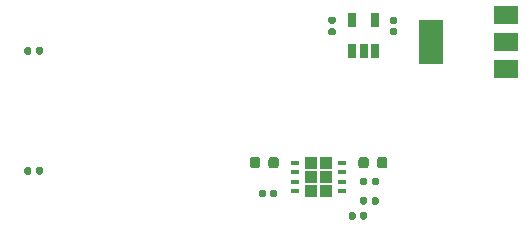
<source format=gbr>
G04 #@! TF.GenerationSoftware,KiCad,Pcbnew,5.1.6+dfsg1-1*
G04 #@! TF.CreationDate,2020-06-20T09:26:12-04:00*
G04 #@! TF.ProjectId,BreadBatt,42726561-6442-4617-9474-2e6b69636164,1*
G04 #@! TF.SameCoordinates,Original*
G04 #@! TF.FileFunction,Paste,Bot*
G04 #@! TF.FilePolarity,Positive*
%FSLAX46Y46*%
G04 Gerber Fmt 4.6, Leading zero omitted, Abs format (unit mm)*
G04 Created by KiCad (PCBNEW 5.1.6+dfsg1-1) date 2020-06-20 09:26:12*
%MOMM*%
%LPD*%
G01*
G04 APERTURE LIST*
%ADD10R,2.000000X3.800000*%
%ADD11R,2.000000X1.500000*%
%ADD12R,0.650000X1.220000*%
%ADD13R,0.750000X0.350000*%
%ADD14R,1.000000X1.000000*%
G04 APERTURE END LIST*
G36*
G01*
X138957500Y-112594250D02*
X138957500Y-112081750D01*
G75*
G02*
X139176250Y-111863000I218750J0D01*
G01*
X139613750Y-111863000D01*
G75*
G02*
X139832500Y-112081750I0J-218750D01*
G01*
X139832500Y-112594250D01*
G75*
G02*
X139613750Y-112813000I-218750J0D01*
G01*
X139176250Y-112813000D01*
G75*
G02*
X138957500Y-112594250I0J218750D01*
G01*
G37*
G36*
G01*
X140532500Y-112594250D02*
X140532500Y-112081750D01*
G75*
G02*
X140751250Y-111863000I218750J0D01*
G01*
X141188750Y-111863000D01*
G75*
G02*
X141407500Y-112081750I0J-218750D01*
G01*
X141407500Y-112594250D01*
G75*
G02*
X141188750Y-112813000I-218750J0D01*
G01*
X140751250Y-112813000D01*
G75*
G02*
X140532500Y-112594250I0J218750D01*
G01*
G37*
G36*
G01*
X146095500Y-101555000D02*
X145750500Y-101555000D01*
G75*
G02*
X145603000Y-101407500I0J147500D01*
G01*
X145603000Y-101112500D01*
G75*
G02*
X145750500Y-100965000I147500J0D01*
G01*
X146095500Y-100965000D01*
G75*
G02*
X146243000Y-101112500I0J-147500D01*
G01*
X146243000Y-101407500D01*
G75*
G02*
X146095500Y-101555000I-147500J0D01*
G01*
G37*
G36*
G01*
X146095500Y-100585000D02*
X145750500Y-100585000D01*
G75*
G02*
X145603000Y-100437500I0J147500D01*
G01*
X145603000Y-100142500D01*
G75*
G02*
X145750500Y-99995000I147500J0D01*
G01*
X146095500Y-99995000D01*
G75*
G02*
X146243000Y-100142500I0J-147500D01*
G01*
X146243000Y-100437500D01*
G75*
G02*
X146095500Y-100585000I-147500J0D01*
G01*
G37*
G36*
G01*
X149855000Y-113765500D02*
X149855000Y-114110500D01*
G75*
G02*
X149707500Y-114258000I-147500J0D01*
G01*
X149412500Y-114258000D01*
G75*
G02*
X149265000Y-114110500I0J147500D01*
G01*
X149265000Y-113765500D01*
G75*
G02*
X149412500Y-113618000I147500J0D01*
G01*
X149707500Y-113618000D01*
G75*
G02*
X149855000Y-113765500I0J-147500D01*
G01*
G37*
G36*
G01*
X148885000Y-113765500D02*
X148885000Y-114110500D01*
G75*
G02*
X148737500Y-114258000I-147500J0D01*
G01*
X148442500Y-114258000D01*
G75*
G02*
X148295000Y-114110500I0J147500D01*
G01*
X148295000Y-113765500D01*
G75*
G02*
X148442500Y-113618000I147500J0D01*
G01*
X148737500Y-113618000D01*
G75*
G02*
X148885000Y-113765500I0J-147500D01*
G01*
G37*
G36*
G01*
X149727500Y-112594250D02*
X149727500Y-112081750D01*
G75*
G02*
X149946250Y-111863000I218750J0D01*
G01*
X150383750Y-111863000D01*
G75*
G02*
X150602500Y-112081750I0J-218750D01*
G01*
X150602500Y-112594250D01*
G75*
G02*
X150383750Y-112813000I-218750J0D01*
G01*
X149946250Y-112813000D01*
G75*
G02*
X149727500Y-112594250I0J218750D01*
G01*
G37*
G36*
G01*
X148152500Y-112594250D02*
X148152500Y-112081750D01*
G75*
G02*
X148371250Y-111863000I218750J0D01*
G01*
X148808750Y-111863000D01*
G75*
G02*
X149027500Y-112081750I0J-218750D01*
G01*
X149027500Y-112594250D01*
G75*
G02*
X148808750Y-112813000I-218750J0D01*
G01*
X148371250Y-112813000D01*
G75*
G02*
X148152500Y-112594250I0J218750D01*
G01*
G37*
D10*
X154330000Y-102108000D03*
D11*
X160630000Y-102108000D03*
X160630000Y-104408000D03*
X160630000Y-99808000D03*
G36*
G01*
X140675000Y-115126500D02*
X140675000Y-114781500D01*
G75*
G02*
X140822500Y-114634000I147500J0D01*
G01*
X141117500Y-114634000D01*
G75*
G02*
X141265000Y-114781500I0J-147500D01*
G01*
X141265000Y-115126500D01*
G75*
G02*
X141117500Y-115274000I-147500J0D01*
G01*
X140822500Y-115274000D01*
G75*
G02*
X140675000Y-115126500I0J147500D01*
G01*
G37*
G36*
G01*
X139705000Y-115126500D02*
X139705000Y-114781500D01*
G75*
G02*
X139852500Y-114634000I147500J0D01*
G01*
X140147500Y-114634000D01*
G75*
G02*
X140295000Y-114781500I0J-147500D01*
G01*
X140295000Y-115126500D01*
G75*
G02*
X140147500Y-115274000I-147500J0D01*
G01*
X139852500Y-115274000D01*
G75*
G02*
X139705000Y-115126500I0J147500D01*
G01*
G37*
G36*
G01*
X120840000Y-113202500D02*
X120840000Y-112857500D01*
G75*
G02*
X120987500Y-112710000I147500J0D01*
G01*
X121282500Y-112710000D01*
G75*
G02*
X121430000Y-112857500I0J-147500D01*
G01*
X121430000Y-113202500D01*
G75*
G02*
X121282500Y-113350000I-147500J0D01*
G01*
X120987500Y-113350000D01*
G75*
G02*
X120840000Y-113202500I0J147500D01*
G01*
G37*
G36*
G01*
X119870000Y-113202500D02*
X119870000Y-112857500D01*
G75*
G02*
X120017500Y-112710000I147500J0D01*
G01*
X120312500Y-112710000D01*
G75*
G02*
X120460000Y-112857500I0J-147500D01*
G01*
X120460000Y-113202500D01*
G75*
G02*
X120312500Y-113350000I-147500J0D01*
G01*
X120017500Y-113350000D01*
G75*
G02*
X119870000Y-113202500I0J147500D01*
G01*
G37*
G36*
G01*
X151302500Y-101555000D02*
X150957500Y-101555000D01*
G75*
G02*
X150810000Y-101407500I0J147500D01*
G01*
X150810000Y-101112500D01*
G75*
G02*
X150957500Y-100965000I147500J0D01*
G01*
X151302500Y-100965000D01*
G75*
G02*
X151450000Y-101112500I0J-147500D01*
G01*
X151450000Y-101407500D01*
G75*
G02*
X151302500Y-101555000I-147500J0D01*
G01*
G37*
G36*
G01*
X151302500Y-100585000D02*
X150957500Y-100585000D01*
G75*
G02*
X150810000Y-100437500I0J147500D01*
G01*
X150810000Y-100142500D01*
G75*
G02*
X150957500Y-99995000I147500J0D01*
G01*
X151302500Y-99995000D01*
G75*
G02*
X151450000Y-100142500I0J-147500D01*
G01*
X151450000Y-100437500D01*
G75*
G02*
X151302500Y-100585000I-147500J0D01*
G01*
G37*
G36*
G01*
X149265000Y-115742500D02*
X149265000Y-115397500D01*
G75*
G02*
X149412500Y-115250000I147500J0D01*
G01*
X149707500Y-115250000D01*
G75*
G02*
X149855000Y-115397500I0J-147500D01*
G01*
X149855000Y-115742500D01*
G75*
G02*
X149707500Y-115890000I-147500J0D01*
G01*
X149412500Y-115890000D01*
G75*
G02*
X149265000Y-115742500I0J147500D01*
G01*
G37*
G36*
G01*
X148295000Y-115742500D02*
X148295000Y-115397500D01*
G75*
G02*
X148442500Y-115250000I147500J0D01*
G01*
X148737500Y-115250000D01*
G75*
G02*
X148885000Y-115397500I0J-147500D01*
G01*
X148885000Y-115742500D01*
G75*
G02*
X148737500Y-115890000I-147500J0D01*
G01*
X148442500Y-115890000D01*
G75*
G02*
X148295000Y-115742500I0J147500D01*
G01*
G37*
G36*
G01*
X147324999Y-117012500D02*
X147324999Y-116667500D01*
G75*
G02*
X147472499Y-116520000I147500J0D01*
G01*
X147767499Y-116520000D01*
G75*
G02*
X147914999Y-116667500I0J-147500D01*
G01*
X147914999Y-117012500D01*
G75*
G02*
X147767499Y-117160000I-147500J0D01*
G01*
X147472499Y-117160000D01*
G75*
G02*
X147324999Y-117012500I0J147500D01*
G01*
G37*
G36*
G01*
X148294999Y-117012500D02*
X148294999Y-116667500D01*
G75*
G02*
X148442499Y-116520000I147500J0D01*
G01*
X148737499Y-116520000D01*
G75*
G02*
X148884999Y-116667500I0J-147500D01*
G01*
X148884999Y-117012500D01*
G75*
G02*
X148737499Y-117160000I-147500J0D01*
G01*
X148442499Y-117160000D01*
G75*
G02*
X148294999Y-117012500I0J147500D01*
G01*
G37*
G36*
G01*
X119870000Y-103042500D02*
X119870000Y-102697500D01*
G75*
G02*
X120017500Y-102550000I147500J0D01*
G01*
X120312500Y-102550000D01*
G75*
G02*
X120460000Y-102697500I0J-147500D01*
G01*
X120460000Y-103042500D01*
G75*
G02*
X120312500Y-103190000I-147500J0D01*
G01*
X120017500Y-103190000D01*
G75*
G02*
X119870000Y-103042500I0J147500D01*
G01*
G37*
G36*
G01*
X120840000Y-103042500D02*
X120840000Y-102697500D01*
G75*
G02*
X120987500Y-102550000I147500J0D01*
G01*
X121282500Y-102550000D01*
G75*
G02*
X121430000Y-102697500I0J-147500D01*
G01*
X121430000Y-103042500D01*
G75*
G02*
X121282500Y-103190000I-147500J0D01*
G01*
X120987500Y-103190000D01*
G75*
G02*
X120840000Y-103042500I0J147500D01*
G01*
G37*
D12*
X149540000Y-102910000D03*
X148590000Y-102910000D03*
X147640000Y-102910000D03*
X147640000Y-100290000D03*
X149540000Y-100290000D03*
D13*
X146780000Y-112338000D03*
X146780000Y-113138000D03*
X146780000Y-113938000D03*
X146780000Y-114738000D03*
X142780000Y-114738000D03*
X142780000Y-113938000D03*
X142780000Y-113138000D03*
X142780000Y-112338000D03*
D14*
X145405000Y-112338000D03*
X144155000Y-112338000D03*
X144155000Y-113538000D03*
X145405000Y-113538000D03*
X144155000Y-114738000D03*
X145405000Y-114738000D03*
M02*

</source>
